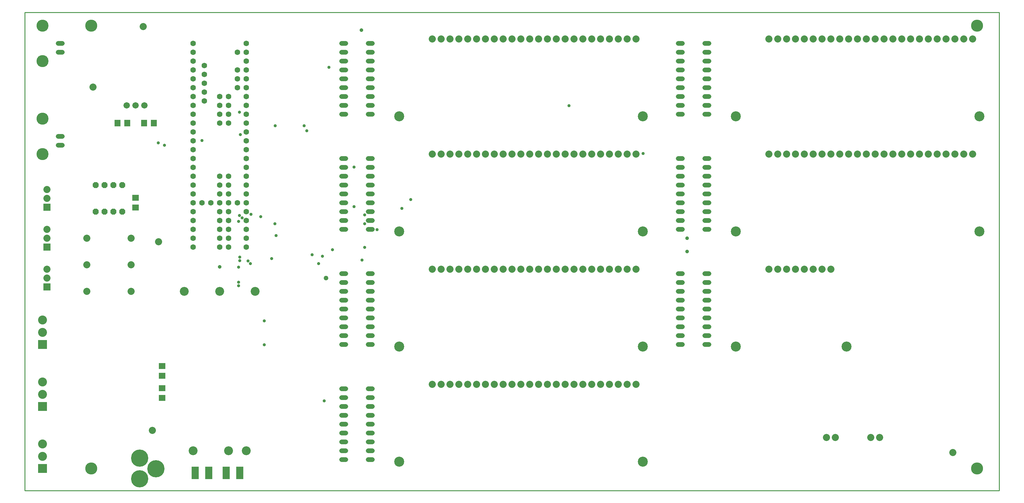
<source format=gts>
G04 EAGLE Gerber X2 export*
%TF.Part,Single*%
%TF.FileFunction,Other,Top Soldermask*%
%TF.FilePolarity,Positive*%
%TF.GenerationSoftware,Autodesk,EAGLE,9.0.1*%
%TF.CreationDate,2018-06-24T20:08:20Z*%
G75*
%MOMM*%
%FSLAX34Y34*%
%LPD*%
%AMOC8*
5,1,8,0,0,1.08239X$1,22.5*%
G01*
%ADD10C,2.870200*%
%ADD11P,1.896997X8X202.500000*%
%ADD12C,4.952400*%
%ADD13C,1.371600*%
%ADD14C,1.828800*%
%ADD15C,1.358800*%
%ADD16C,3.452400*%
%ADD17C,2.552400*%
%ADD18R,2.032000X2.032000*%
%ADD19C,2.032000*%
%ADD20R,2.565400X2.565400*%
%ADD21C,2.565400*%
%ADD22C,3.454400*%
%ADD23R,1.752400X1.952400*%
%ADD24R,1.952400X1.752400*%
%ADD25R,2.052400X3.552400*%
%ADD26C,1.600200*%
%ADD27C,1.320800*%
%ADD28C,1.066800*%
%ADD29C,0.914400*%
%ADD30C,0.254000*%


D10*
X1771650Y1073150D03*
X1073150Y1073150D03*
X1771650Y742950D03*
X1073150Y742950D03*
X1771650Y412750D03*
X1073150Y412750D03*
X1771650Y82550D03*
X1073150Y82550D03*
X2736850Y1073150D03*
X2038350Y1073150D03*
X2736850Y742950D03*
X2038350Y742950D03*
X2355850Y412750D03*
X2038350Y412750D03*
D11*
X279400Y876300D03*
X254000Y876300D03*
X228600Y876300D03*
X203200Y876300D03*
X203200Y800100D03*
X228600Y800100D03*
X254000Y800100D03*
X279400Y800100D03*
D12*
X376200Y62900D03*
X329200Y92900D03*
X329200Y33900D03*
D13*
X908304Y1282700D02*
X920496Y1282700D01*
X920496Y1257300D02*
X908304Y1257300D01*
X908304Y1130300D02*
X920496Y1130300D01*
X920496Y1104900D02*
X908304Y1104900D01*
X908304Y1231900D02*
X920496Y1231900D01*
X920496Y1206500D02*
X908304Y1206500D01*
X908304Y1155700D02*
X920496Y1155700D01*
X920496Y1181100D02*
X908304Y1181100D01*
X908304Y1079500D02*
X920496Y1079500D01*
X984504Y1079500D02*
X996696Y1079500D01*
X996696Y1104900D02*
X984504Y1104900D01*
X984504Y1130300D02*
X996696Y1130300D01*
X996696Y1155700D02*
X984504Y1155700D01*
X984504Y1181100D02*
X996696Y1181100D01*
X996696Y1206500D02*
X984504Y1206500D01*
X984504Y1231900D02*
X996696Y1231900D01*
X996696Y1257300D02*
X984504Y1257300D01*
X984504Y1282700D02*
X996696Y1282700D01*
D14*
X292100Y1104900D03*
X317500Y1104900D03*
X342900Y1104900D03*
D15*
X107632Y1257300D02*
X95568Y1257300D01*
X95568Y1282700D02*
X107632Y1282700D01*
D16*
X50800Y1231900D03*
X50800Y1333500D03*
D17*
X635000Y114300D03*
X584200Y114300D03*
X558800Y571500D03*
X457200Y571500D03*
X482600Y114300D03*
X660400Y571500D03*
D18*
X63500Y698500D03*
D19*
X63500Y723900D03*
X63500Y749300D03*
D18*
X63500Y584200D03*
D19*
X63500Y609600D03*
X63500Y635000D03*
D20*
X50800Y241300D03*
D21*
X50800Y276300D03*
X50800Y311300D03*
D20*
X50800Y419100D03*
D21*
X50800Y454100D03*
X50800Y489100D03*
D19*
X1168400Y1295400D03*
X1193800Y1295400D03*
X1219200Y1295400D03*
X1244600Y1295400D03*
X1270000Y1295400D03*
X1295400Y1295400D03*
X1320800Y1295400D03*
X1346200Y1295400D03*
X1371600Y1295400D03*
X1397000Y1295400D03*
X1422400Y1295400D03*
X1447800Y1295400D03*
X1473200Y1295400D03*
X1498600Y1295400D03*
X1524000Y1295400D03*
X1549400Y1295400D03*
X1574800Y1295400D03*
X1600200Y1295400D03*
X1625600Y1295400D03*
X1651000Y1295400D03*
X1676400Y1295400D03*
X1701800Y1295400D03*
X1727200Y1295400D03*
X1752600Y1295400D03*
D22*
X190500Y63500D03*
X190500Y1333500D03*
X2730500Y1333500D03*
X2730500Y63500D03*
D19*
X304800Y723900D03*
X177800Y723900D03*
X177800Y647700D03*
X304800Y647700D03*
X177800Y571500D03*
X304800Y571500D03*
D23*
X369600Y1054100D03*
X341600Y1054100D03*
X293400Y1054100D03*
X265400Y1054100D03*
D24*
X317500Y811500D03*
X317500Y839500D03*
D19*
X2660650Y109220D03*
X195580Y1156970D03*
X383540Y713740D03*
X339090Y1330960D03*
X365760Y172720D03*
D24*
X393700Y328900D03*
X393700Y356900D03*
X393700Y293400D03*
X393700Y265400D03*
D25*
X577400Y50800D03*
X616400Y50800D03*
D26*
X482600Y1282700D03*
X482600Y1257300D03*
X482600Y1231900D03*
X482600Y1206500D03*
X482600Y1181100D03*
X482600Y1155700D03*
X482600Y1130300D03*
X482600Y1104900D03*
X482600Y1079500D03*
X482600Y1054100D03*
X482600Y1028700D03*
X482600Y1003300D03*
X482600Y977900D03*
X482600Y952500D03*
X482600Y901700D03*
X482600Y876300D03*
X482600Y850900D03*
X482600Y825500D03*
X609600Y825500D03*
X635000Y952500D03*
X635000Y977900D03*
X635000Y1003300D03*
X635000Y1028700D03*
X635000Y1054100D03*
X635000Y1079500D03*
X635000Y1104900D03*
X635000Y1130300D03*
X635000Y1155700D03*
X635000Y1181100D03*
X635000Y1206500D03*
X635000Y1231900D03*
X635000Y1257300D03*
X635000Y1282700D03*
X609600Y1257300D03*
X609600Y1206500D03*
X609600Y1181100D03*
X609600Y1155700D03*
X514350Y1117600D03*
X482600Y927100D03*
X514350Y1168400D03*
X514350Y1219200D03*
X558800Y1054100D03*
X558800Y1079500D03*
X514350Y1143000D03*
X514350Y1193800D03*
X584200Y1054100D03*
X584200Y1079500D03*
X584200Y1104900D03*
X584200Y1130300D03*
X558800Y1104900D03*
X558800Y1130300D03*
X508000Y825500D03*
X635000Y825500D03*
X635000Y850900D03*
X635000Y876300D03*
X635000Y901700D03*
X635000Y927100D03*
X533400Y825500D03*
X558800Y825500D03*
X584200Y825500D03*
X482600Y800100D03*
X482600Y774700D03*
X482600Y749300D03*
X482600Y723900D03*
X482600Y698500D03*
X635000Y698500D03*
X635000Y800100D03*
X635000Y774700D03*
X635000Y749300D03*
X635000Y723900D03*
X558800Y850900D03*
X558800Y876300D03*
X558800Y901700D03*
X584200Y901700D03*
X584200Y876300D03*
X584200Y850900D03*
X558800Y800100D03*
X558800Y774700D03*
X558800Y749300D03*
X558800Y723900D03*
X558800Y698500D03*
X584200Y800100D03*
X584200Y774700D03*
X584200Y749300D03*
X584200Y723900D03*
X584200Y698500D03*
D15*
X107632Y990600D02*
X95568Y990600D01*
X95568Y1016000D02*
X107632Y1016000D01*
D16*
X50800Y965200D03*
X50800Y1066800D03*
D13*
X908304Y952500D02*
X920496Y952500D01*
X920496Y927100D02*
X908304Y927100D01*
X908304Y800100D02*
X920496Y800100D01*
X920496Y774700D02*
X908304Y774700D01*
X908304Y901700D02*
X920496Y901700D01*
X920496Y876300D02*
X908304Y876300D01*
X908304Y825500D02*
X920496Y825500D01*
X920496Y850900D02*
X908304Y850900D01*
X908304Y749300D02*
X920496Y749300D01*
X984504Y749300D02*
X996696Y749300D01*
X996696Y774700D02*
X984504Y774700D01*
X984504Y800100D02*
X996696Y800100D01*
X996696Y825500D02*
X984504Y825500D01*
X984504Y850900D02*
X996696Y850900D01*
X996696Y876300D02*
X984504Y876300D01*
X984504Y901700D02*
X996696Y901700D01*
X996696Y927100D02*
X984504Y927100D01*
X984504Y952500D02*
X996696Y952500D01*
D19*
X1168400Y965200D03*
X1193800Y965200D03*
X1219200Y965200D03*
X1244600Y965200D03*
X1270000Y965200D03*
X1295400Y965200D03*
X1320800Y965200D03*
X1346200Y965200D03*
X1371600Y965200D03*
X1397000Y965200D03*
X1422400Y965200D03*
X1447800Y965200D03*
X1473200Y965200D03*
X1498600Y965200D03*
X1524000Y965200D03*
X1549400Y965200D03*
X1574800Y965200D03*
X1600200Y965200D03*
X1625600Y965200D03*
X1651000Y965200D03*
X1676400Y965200D03*
X1701800Y965200D03*
X1727200Y965200D03*
X1752600Y965200D03*
D13*
X920496Y622300D02*
X908304Y622300D01*
X908304Y596900D02*
X920496Y596900D01*
X920496Y469900D02*
X908304Y469900D01*
X908304Y444500D02*
X920496Y444500D01*
X920496Y571500D02*
X908304Y571500D01*
X908304Y546100D02*
X920496Y546100D01*
X920496Y495300D02*
X908304Y495300D01*
X908304Y520700D02*
X920496Y520700D01*
X920496Y419100D02*
X908304Y419100D01*
X984504Y419100D02*
X996696Y419100D01*
X996696Y444500D02*
X984504Y444500D01*
X984504Y469900D02*
X996696Y469900D01*
X996696Y495300D02*
X984504Y495300D01*
X984504Y520700D02*
X996696Y520700D01*
X996696Y546100D02*
X984504Y546100D01*
X984504Y571500D02*
X996696Y571500D01*
X996696Y596900D02*
X984504Y596900D01*
X984504Y622300D02*
X996696Y622300D01*
D19*
X1168400Y635000D03*
X1193800Y635000D03*
X1219200Y635000D03*
X1244600Y635000D03*
X1270000Y635000D03*
X1295400Y635000D03*
X1320800Y635000D03*
X1346200Y635000D03*
X1371600Y635000D03*
X1397000Y635000D03*
X1422400Y635000D03*
X1447800Y635000D03*
X1473200Y635000D03*
X1498600Y635000D03*
X1524000Y635000D03*
X1549400Y635000D03*
X1574800Y635000D03*
X1600200Y635000D03*
X1625600Y635000D03*
X1651000Y635000D03*
X1676400Y635000D03*
X1701800Y635000D03*
X1727200Y635000D03*
X1752600Y635000D03*
D13*
X920496Y292100D02*
X908304Y292100D01*
X908304Y266700D02*
X920496Y266700D01*
X920496Y139700D02*
X908304Y139700D01*
X908304Y114300D02*
X920496Y114300D01*
X920496Y241300D02*
X908304Y241300D01*
X908304Y215900D02*
X920496Y215900D01*
X920496Y165100D02*
X908304Y165100D01*
X908304Y190500D02*
X920496Y190500D01*
X920496Y88900D02*
X908304Y88900D01*
X984504Y88900D02*
X996696Y88900D01*
X996696Y114300D02*
X984504Y114300D01*
X984504Y139700D02*
X996696Y139700D01*
X996696Y165100D02*
X984504Y165100D01*
X984504Y190500D02*
X996696Y190500D01*
X996696Y215900D02*
X984504Y215900D01*
X984504Y241300D02*
X996696Y241300D01*
X996696Y266700D02*
X984504Y266700D01*
X984504Y292100D02*
X996696Y292100D01*
D19*
X1168400Y304800D03*
X1193800Y304800D03*
X1219200Y304800D03*
X1244600Y304800D03*
X1270000Y304800D03*
X1295400Y304800D03*
X1320800Y304800D03*
X1346200Y304800D03*
X1371600Y304800D03*
X1397000Y304800D03*
X1422400Y304800D03*
X1447800Y304800D03*
X1473200Y304800D03*
X1498600Y304800D03*
X1524000Y304800D03*
X1549400Y304800D03*
X1574800Y304800D03*
X1600200Y304800D03*
X1625600Y304800D03*
X1651000Y304800D03*
X1676400Y304800D03*
X1701800Y304800D03*
X1727200Y304800D03*
X1752600Y304800D03*
D13*
X1873504Y1282700D02*
X1885696Y1282700D01*
X1885696Y1257300D02*
X1873504Y1257300D01*
X1873504Y1130300D02*
X1885696Y1130300D01*
X1885696Y1104900D02*
X1873504Y1104900D01*
X1873504Y1231900D02*
X1885696Y1231900D01*
X1885696Y1206500D02*
X1873504Y1206500D01*
X1873504Y1155700D02*
X1885696Y1155700D01*
X1885696Y1181100D02*
X1873504Y1181100D01*
X1873504Y1079500D02*
X1885696Y1079500D01*
X1949704Y1079500D02*
X1961896Y1079500D01*
X1961896Y1104900D02*
X1949704Y1104900D01*
X1949704Y1130300D02*
X1961896Y1130300D01*
X1961896Y1155700D02*
X1949704Y1155700D01*
X1949704Y1181100D02*
X1961896Y1181100D01*
X1961896Y1206500D02*
X1949704Y1206500D01*
X1949704Y1231900D02*
X1961896Y1231900D01*
X1961896Y1257300D02*
X1949704Y1257300D01*
X1949704Y1282700D02*
X1961896Y1282700D01*
D19*
X2133600Y1295400D03*
X2159000Y1295400D03*
X2184400Y1295400D03*
X2209800Y1295400D03*
X2235200Y1295400D03*
X2260600Y1295400D03*
X2286000Y1295400D03*
X2311400Y1295400D03*
X2336800Y1295400D03*
X2362200Y1295400D03*
X2387600Y1295400D03*
X2413000Y1295400D03*
X2438400Y1295400D03*
X2463800Y1295400D03*
X2489200Y1295400D03*
X2514600Y1295400D03*
X2540000Y1295400D03*
X2565400Y1295400D03*
X2590800Y1295400D03*
X2616200Y1295400D03*
X2641600Y1295400D03*
X2667000Y1295400D03*
X2692400Y1295400D03*
X2717800Y1295400D03*
D13*
X1885696Y952500D02*
X1873504Y952500D01*
X1873504Y927100D02*
X1885696Y927100D01*
X1885696Y800100D02*
X1873504Y800100D01*
X1873504Y774700D02*
X1885696Y774700D01*
X1885696Y901700D02*
X1873504Y901700D01*
X1873504Y876300D02*
X1885696Y876300D01*
X1885696Y825500D02*
X1873504Y825500D01*
X1873504Y850900D02*
X1885696Y850900D01*
X1885696Y749300D02*
X1873504Y749300D01*
X1949704Y749300D02*
X1961896Y749300D01*
X1961896Y774700D02*
X1949704Y774700D01*
X1949704Y800100D02*
X1961896Y800100D01*
X1961896Y825500D02*
X1949704Y825500D01*
X1949704Y850900D02*
X1961896Y850900D01*
X1961896Y876300D02*
X1949704Y876300D01*
X1949704Y901700D02*
X1961896Y901700D01*
X1961896Y927100D02*
X1949704Y927100D01*
X1949704Y952500D02*
X1961896Y952500D01*
D19*
X2133600Y965200D03*
X2159000Y965200D03*
X2184400Y965200D03*
X2209800Y965200D03*
X2235200Y965200D03*
X2260600Y965200D03*
X2286000Y965200D03*
X2311400Y965200D03*
X2336800Y965200D03*
X2362200Y965200D03*
X2387600Y965200D03*
X2413000Y965200D03*
X2438400Y965200D03*
X2463800Y965200D03*
X2489200Y965200D03*
X2514600Y965200D03*
X2540000Y965200D03*
X2565400Y965200D03*
X2590800Y965200D03*
X2616200Y965200D03*
X2641600Y965200D03*
X2667000Y965200D03*
X2692400Y965200D03*
X2717800Y965200D03*
D13*
X1885696Y622300D02*
X1873504Y622300D01*
X1873504Y596900D02*
X1885696Y596900D01*
X1885696Y469900D02*
X1873504Y469900D01*
X1873504Y444500D02*
X1885696Y444500D01*
X1885696Y571500D02*
X1873504Y571500D01*
X1873504Y546100D02*
X1885696Y546100D01*
X1885696Y495300D02*
X1873504Y495300D01*
X1873504Y520700D02*
X1885696Y520700D01*
X1885696Y419100D02*
X1873504Y419100D01*
X1949704Y419100D02*
X1961896Y419100D01*
X1961896Y444500D02*
X1949704Y444500D01*
X1949704Y469900D02*
X1961896Y469900D01*
X1961896Y495300D02*
X1949704Y495300D01*
X1949704Y520700D02*
X1961896Y520700D01*
X1961896Y546100D02*
X1949704Y546100D01*
X1949704Y571500D02*
X1961896Y571500D01*
X1961896Y596900D02*
X1949704Y596900D01*
X1949704Y622300D02*
X1961896Y622300D01*
D19*
X2298700Y152400D03*
X2324100Y152400D03*
X2425700Y152400D03*
X2451100Y152400D03*
X2133600Y635000D03*
X2159000Y635000D03*
X2184400Y635000D03*
X2209800Y635000D03*
X2235200Y635000D03*
X2260600Y635000D03*
X2286000Y635000D03*
X2311400Y635000D03*
D18*
X63500Y812800D03*
D19*
X63500Y838200D03*
X63500Y863600D03*
D20*
X50800Y63500D03*
D21*
X50800Y98500D03*
X50800Y133500D03*
D25*
X527500Y50800D03*
X488500Y50800D03*
D27*
X863600Y609600D03*
D28*
X558800Y641350D03*
X965200Y1320800D03*
D29*
X871728Y1214120D03*
X508000Y1003808D03*
X400304Y990600D03*
X943864Y814832D03*
X612648Y597408D03*
X612648Y641096D03*
X383032Y997712D03*
X615696Y1085088D03*
X974344Y765048D03*
X717296Y765048D03*
D28*
X1898904Y723900D03*
X1898904Y685800D03*
D29*
X881888Y690880D03*
X842264Y651256D03*
X647192Y651256D03*
X616712Y659384D03*
X708152Y665480D03*
X1560576Y1104392D03*
X967232Y661416D03*
X640080Y658368D03*
X616712Y669544D03*
X1772920Y967232D03*
X676656Y785368D03*
X622808Y782320D03*
X612648Y772160D03*
X943864Y927608D03*
X808736Y1032256D03*
X617728Y1021080D03*
X1081024Y809752D03*
X974344Y697992D03*
X1106424Y835152D03*
X853440Y672592D03*
X823976Y676656D03*
X1009904Y748792D03*
X648208Y792480D03*
X615696Y789432D03*
X858520Y257048D03*
X686816Y486664D03*
X612648Y587248D03*
X686816Y418592D03*
X720344Y731520D03*
X974344Y790448D03*
X800608Y1046480D03*
X718312Y1046480D03*
D30*
X0Y0D02*
X2794000Y0D01*
X2794000Y1371600D01*
X0Y1371600D01*
X0Y0D01*
M02*

</source>
